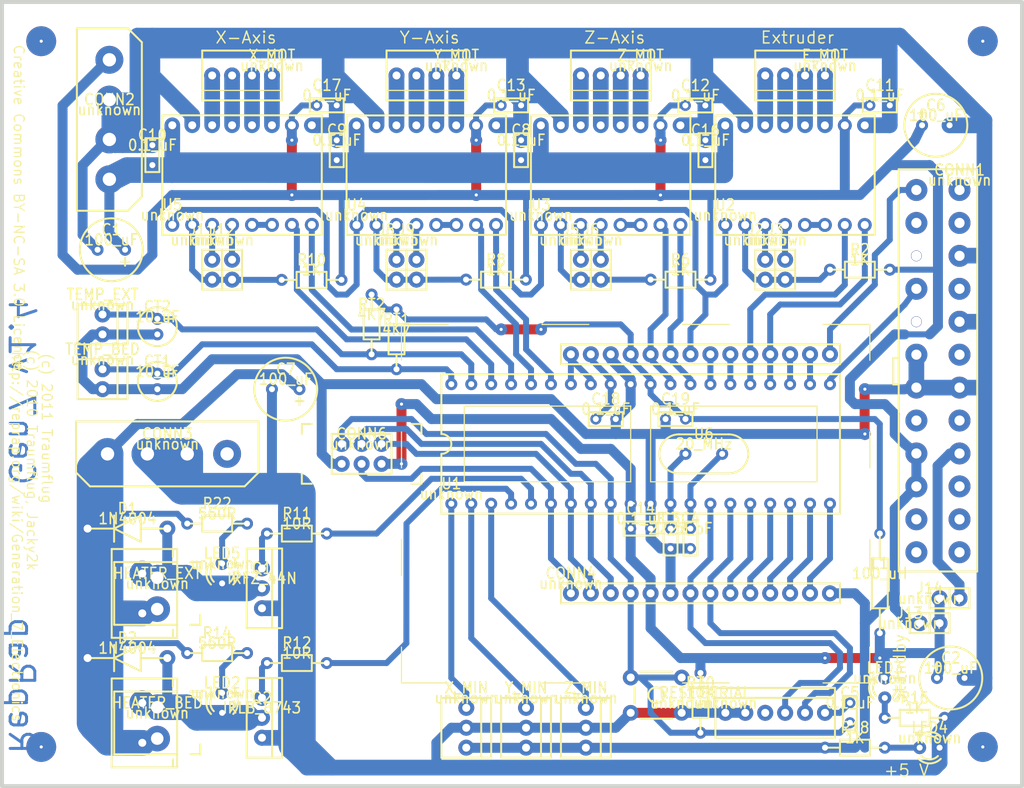
<source format=kicad_pcb>
(kicad_pcb (version 20211014) (generator pcbnew)
  (layers (0 "F.Cu" signal) (31 "B.Cu" signal) (34 "B.Paste" user) (35 "F.Paste" user) (36 "B.SilkS" user "B.Silkscreen") (37 "F.SilkS" user "F.Silkscreen") (38 "B.Mask" user) (39 "F.Mask" user) (44 "Edge.Cuts" user))
  (net 0 "")
  (net 1 "Z_5V_R")
  (net 2 "AREF")
  (net 3 "GND")
  (net 4 "LED3_R")
  (net 5 "PB5_ICSP_MOSI")
  (net 6 "GND_HEATER_EXT")
  (net 7 "PB3_HEATER_EXT_R")
  (net 8 "PD0_RXD0")
  (net 9 "Z_1A")
  (net 10 "Z_1B")
  (net 11 "+3.3V_ATX")
  (net 12 "Y_1A")
  (net 13 "Y_1B")
  (net 14 "PB3_HEATER_BED")
  (net 15 "X_1A")
  (net 16 "X_5V_R")
  (net 17 "Y_2A")
  (net 18 "PC2_E_STEP")
  (net 19 "X_1B")
  (net 20 "PD3_TXD1_INT1")
  (net 21 "E_SLP_RST")
  (net 22 "PA0_TEMP_BED")
  (net 23 "PC6_Z_DIR")
  (net 24 "LED4_R")
  (net 25 "+5VSB_ATX")
  (net 26 "X_2A")
  (net 27 "X_2B")
  (net 28 "Y_2B")
  (net 29 "Z_2A")
  (net 30 "E_5V_R")
  (net 31 "Z_SLP_RST")
  (net 32 "XTAL1")
  (net 33 "XTAL2")
  (net 34 "PB2_Z_MIN")
  (net 35 "PB4_HEATER_EXT")
  (net 36 "PB1_Y_MIN")
  (net 37 "Y_SLP_RST")
  (net 38 "PA6_MOT_EN")
  (net 39 "Z_2B")
  (net 40 "PB0_X_MIN")
  (net 41 "LED5_R")
  (net 42 "PD1_TXD0")
  (net 43 "Vheat")
  (net 44 "Z_MS2")
  (net 45 "PA1_TEMP_EXT")
  (net 46 "PB7_ICSP_SCK")
  (net 47 "PC3_E_DIR")
  (net 48 "Z_MS3")
  (net 49 "PD5_OC1A")
  (net 50 "PD7_ATX_PS_ON")
  (net 51 "PC5_TDI")
  (net 52 "PA2_X_STEP")
  (net 53 "PA3_X_DIR")
  (net 54 "Y_MS2")
  (net 55 "PA5_Y_DIR")
  (net 56 "Y_5V_R")
  (net 57 "Y_MS3")
  (net 58 "+5VSB_AVCC")
  (net 59 "RESET_C")
  (net 60 "E_1A")
  (net 61 "E_1B")
  (net 62 "GND_HEATER_BED")
  (net 63 "X_SLP_RST")
  (net 64 "PC7_Z_STEP")
  (net 65 "E_2A")
  (net 66 "E_2B")
  (net 67 "PA4_Y_STEP")
  (net 68 "X_MS2")
  (net 69 "X_MS3")
  (net 70 "PC4_TDO")
  (net 71 "+5V")
  (net 72 "PC1_SDA")
  (net 73 "PB3_HEATER_BED_R")
  (net 74 "PD2_RXD1_INT0")
  (net 75 "PD4_XCK1_OC1B")
  (net 76 "Vmot")
  (net 77 "PD6_OC2B_ICP")
  (net 78 "+5VSB")
  (net 79 "LED2_R")
  (net 80 "RESET")
  (net 81 "PB6_ICSP_MISO")
  (net 82 "E_MS2")
  (net 83 "E_MS3")
  (net 84 "PC0_SCL")
  (footprint "CRYSTAL_AS" (layer "F.Cu") (at 120.447 87.63)
    (fp_text reference "U6")
    (fp_text value "20_MHz")
  )
  (footprint "100-2-1_dup49" (layer "F.Cu") (at 43.815 69.85)
    (fp_text reference "TEMP_EXT")
    (fp_text value "unknown")
  )
  (footprint "ACY100_dup34" (layer "F.Cu") (at 107.95 83.185)
    (fp_text reference "C18")
    (fp_text value "0.1_uF")
  )
  (footprint "ExtensionBoard" (layer "F.Cu") (at 103.505 105.41)
    (fp_text reference "CONN4")
    (fp_text value "unknown")
  )
  (footprint "MJTP1230-1" (layer "F.Cu") (at 117.625 120.65)
    (fp_text reference "RESET")
    (fp_text value "unknown")
  )
  (footprint "ACY100_dup38" (layer "F.Cu") (at 50.165 49.53)
    (fp_text reference "C10")
    (fp_text value "0.1_uF")
  )
  (footprint "ACY300_1_dup20" (layer "F.Cu") (at 120.015 119.38)
    (fp_text reference "R30")
    (fp_text value "10K")
  )
  (footprint "100-3-1" (layer "F.Cu") (at 90.17 120.015)
    (fp_text reference "X_MIN")
    (fp_text value "unknown")
  )
  (footprint "ACY100_dup1" (layer "F.Cu") (at 116.205 98.425)
    (fp_text reference "C3")
    (fp_text value "22_pF")
  )
  (footprint "ATX20+4-1" (layer "F.Cu") (at 153.035 53.975)
    (fp_text reference "CONN1")
    (fp_text value "unknown")
  )
  (footprint "RCY3mm5_dup26" (layer "F.Cu") (at 151.917 116.205)
    (fp_text reference "C2")
    (fp_text value "100_uF")
  )
  (footprint "RCY3mm5" (layer "F.Cu") (at 150.012 45.72)
    (fp_text reference "C6")
    (fp_text value "100_uF")
  )
  (footprint "LED3_1_dup8" (layer "F.Cu") (at 143.51 117.475)
    (fp_text reference "LED3")
    (fp_text value "unknown")
  )
  (footprint "POLOLUSTEPPER-1" (layer "F.Cu") (at 76.185 58.435)
    (fp_text reference "U4")
    (fp_text value "unknown")
  )
  (footprint "100-3-1_dup21" (layer "F.Cu") (at 105.41 120.015)
    (fp_text reference "Z_MIN")
    (fp_text value "unknown")
  )
  (footprint "ACY100_dup37" (layer "F.Cu") (at 73.66 48.895)
    (fp_text reference "C9")
    (fp_text value "0.1_uF")
  )
  (footprint "1N4004" (layer "F.Cu") (at 46.99 113.665)
    (fp_text reference "D2")
    (fp_text value "1N4004")
  )
  (footprint "ACY100_dup39" (layer "F.Cu") (at 142.875 43.18)
    (fp_text reference "C11")
    (fp_text value "0.1_uF")
  )
  (footprint "100-6-1" (layer "F.Cu") (at 123.19 120.65)
    (fp_text reference "SERIAL")
    (fp_text value "unknown")
  )
  (footprint "TO-220-1" (layer "F.Cu") (at 64.135 104.775)
    (fp_text reference "Q1")
    (fp_text value "IRFZ_44N")
  )
  (footprint "ACY500_1" (layer "F.Cu") (at 142.875 104.14)
    (fp_text reference "L1")
    (fp_text value "100_uH")
  )
  (footprint "MOLEX_4_PIN" (layer "F.Cu") (at 44.685 44.99)
    (fp_text reference "CONN2")
    (fp_text value "unknown")
  )
  (footprint "ACY300_1_dup28" (layer "F.Cu") (at 117.475 65.405)
    (fp_text reference "R6")
    (fp_text value "1K")
  )
  (footprint "POLOLUSTEPPER-1_dup19" (layer "F.Cu") (at 99.68 58.435)
    (fp_text reference "U3")
    (fp_text value "unknown")
  )
  (footprint "JUMPER2_1_dup25" (layer "F.Cu") (at 106.045 61.595)
    (fp_text reference "J6")
    (fp_text value "unknown")
  )
  (footprint "1N4004_dup48" (layer "F.Cu") (at 46.99 97.155)
    (fp_text reference "D1")
    (fp_text value "1N4004")
  )
  (footprint "100-4-1_dup51" (layer "F.Cu") (at 135.89 39.37)
    (fp_text reference "E_MOT")
    (fp_text value "unknown")
  )
  (footprint "ACY300_1_dup30" (layer "F.Cu") (at 70.455 65.435)
    (fp_text reference "R10")
    (fp_text value "1K")
  )
  (footprint "ACY100_dup33" (layer "F.Cu") (at 72.39 43.18)
    (fp_text reference "C17")
    (fp_text value "0.1_uF")
  )
  (footprint "100-4-1_dup53" (layer "F.Cu") (at 112.395 39.37)
    (fp_text reference "Z_MOT")
    (fp_text value "unknown")
  )
  (footprint "ACY100_dup35" (layer "F.Cu") (at 116.84 83.185)
    (fp_text reference "C19")
    (fp_text value "0.1_uF")
  )
  (footprint "RCY3mm5_dup15" (layer "F.Cu") (at 44.933 61.595)
    (fp_text reference "C1")
    (fp_text value "100_uF")
  )
  (footprint "ACY300_1_dup31" (layer "F.Cu") (at 139.7 125.095)
    (fp_text reference "R18")
    (fp_text value "1K")
  )
  (footprint "LED3_1_dup45" (layer "F.Cu") (at 59.055 119.38)
    (fp_text reference "LED2")
    (fp_text value "unknown")
  )
  (footprint "100-4-1_dup52" (layer "F.Cu") (at 88.9 39.37)
    (fp_text reference "Y_MOT")
    (fp_text value "unknown")
  )
  (footprint "LED3_1_dup12" (layer "F.Cu") (at 149.225 125.095)
    (fp_text reference "LED4")
    (fp_text value "unknown")
  )
  (footprint "JUMPER2_1_dup23" (layer "F.Cu") (at 129.54 61.595)
    (fp_text reference "J3")
    (fp_text value "unknown")
  )
  (footprint "Combi-2-1" (layer "F.Cu") (at 50.785 105.425)
    (fp_text reference "HEATER_EXT")
    (fp_text value "unknown")
  )
  (footprint "JUMPER2_1_dup22" (layer "F.Cu") (at 127 61.595)
    (fp_text reference "J2")
    (fp_text value "unknown")
  )
  (footprint "LED3_1" (layer "F.Cu") (at 59.055 102.87)
    (fp_text reference "LED5")
    (fp_text value "unknown")
  )
  (footprint "ACY300_1" (layer "F.Cu") (at 58.42 96.52)
    (fp_text reference "R22")
    (fp_text value "560R")
  )
  (footprint "ACY300_1_dup11" (layer "F.Cu") (at 147.32 121.285)
    (fp_text reference "R16")
    (fp_text value "1K")
  )
  (footprint "ACY300_1_dup32" (layer "F.Cu") (at 81.28 73.025)
    (fp_text reference "RT1")
    (fp_text value "4K7")
  )
  (footprint "JUMPER2_1_dup4" (layer "F.Cu") (at 56.515 61.595)
    (fp_text reference "J11")
    (fp_text value "unknown")
  )
  (footprint "ACY300_1_dup46" (layer "F.Cu") (at 68.58 97.79)
    (fp_text reference "R11")
    (fp_text value "10R")
  )
  (footprint "POLOLUSTEPPER-1_dup18" (layer "F.Cu") (at 52.705 58.42)
    (fp_text reference "U5")
    (fp_text value "unknown")
  )
  (footprint "100-3-1_dup16" (layer "F.Cu") (at 97.79 120.015)
    (fp_text reference "Y_MIN")
    (fp_text value "unknown")
  )
  (footprint "ACY300_1_dup10" (layer "F.Cu") (at 78.105 71.12)
    (fp_text reference "RT2")
    (fp_text value "4K7")
  )
  (footprint "100-4-1" (layer "F.Cu") (at 65.405 39.37)
    (fp_text reference "X_MOT")
    (fp_text value "unknown")
  )
  (footprint "JUMPER2_1_dup9" (layer "F.Cu") (at 149.225 107.315)
    (fp_text reference "J14")
    (fp_text value "unknown")
  )
  (footprint "ACY100_dup36" (layer "F.Cu") (at 97.155 48.895)
    (fp_text reference "C8")
    (fp_text value "0.1_uF")
  )
  (footprint "ACY100_dup13" (layer "F.Cu") (at 118.745 98.425)
    (fp_text reference "C4")
    (fp_text value "22_pF")
  )
  (footprint "JUMPER2_1_dup3" (layer "F.Cu") (at 80.01 61.595)
    (fp_text reference "J8")
    (fp_text value "unknown")
  )
  (footprint "ACY100_dup2" (layer "F.Cu") (at 112.395 97.155)
    (fp_text reference "C14")
    (fp_text value "0.1_uF")
  )
  (footprint "MOLEX_4_PIN_dup40" (layer "F.Cu") (at 52.07 87.63)
    (fp_text reference "CONN3")
    (fp_text value "unknown")
  )
  (footprint "100-2-1" (layer "F.Cu") (at 43.815 76.835)
    (fp_text reference "TEMP_BED")
    (fp_text value "unknown")
  )
  (footprint "ACY300_1_dup29" (layer "F.Cu") (at 93.95 65.405)
    (fp_text reference "R8")
    (fp_text value "1K")
  )
  (footprint "ACY100_dup0" (layer "F.Cu") (at 95.885 43.18)
    (fp_text reference "C13")
    (fp_text value "0.1_uF")
  )
  (footprint "JUMPER2_1" (layer "F.Cu") (at 146.685 110.49)
    (fp_text reference "J13")
    (fp_text value "unknown")
  )
  (footprint "ACY300_1_dup47" (layer "F.Cu") (at 58.42 113.03)
    (fp_text reference "R14")
    (fp_text value "560R")
  )
  (footprint "ACY100_dup14" (layer "F.Cu") (at 120.65 48.895)
    (fp_text reference "C16")
    (fp_text value "0.1_uF")
  )
  (footprint "TO-220-1_dup41" (layer "F.Cu") (at 64.135 121.285)
    (fp_text reference "Q2")
    (fp_text value "IRLB_8743")
  )
  (footprint "RCY3mm5_dup42" (layer "F.Cu") (at 67.158 79.375)
    (fp_text reference "C7")
    (fp_text value "100_uF")
  )
  (footprint "RCY2mm_dup50" (layer "F.Cu") (at 50.8 78.384)
    (fp_text reference "CT1")
    (fp_text value "10_uF")
  )
  (footprint "ACY100" (layer "F.Cu") (at 119.365 43.195)
    (fp_text reference "C12")
    (fp_text value "0.1_uF")
  )
  (footprint "ACY100_dup7" (layer "F.Cu") (at 139.065 120.65)
    (fp_text reference "C5")
    (fp_text value "0.1_uF")
  )
  (footprint "JUMPER2_1_dup5" (layer "F.Cu") (at 59.055 61.595)
    (fp_text reference "J12")
    (fp_text value "unknown")
  )
  (footprint "ACY300_1_dup43" (layer "F.Cu") (at 68.58 114.3)
    (fp_text reference "R12")
    (fp_text value "10R")
  )
  (footprint "Combi-2-1_dup44" (layer "F.Cu") (at 50.785 121.935)
    (fp_text reference "HEATER_BED")
    (fp_text value "unknown")
  )
  (footprint "POLOLUSTEPPER-1_dup17" (layer "F.Cu") (at 123.175 58.435)
    (fp_text reference "U2")
    (fp_text value "unknown")
  )
  (footprint "JUMPER2_1_dup24" (layer "F.Cu") (at 103.505 61.595)
    (fp_text reference "J5")
    (fp_text value "unknown")
  )
  (footprint "RCY2mm" (layer "F.Cu") (at 50.8 71.399)
    (fp_text reference "CT2")
    (fp_text value "10_uF")
  )
  (footprint "DIP40_1" (layer "F.Cu") (at 88.265 93.98)
    (fp_text reference "U1")
    (fp_text value "unknown")
  )
  (footprint "ICSP_HEADER" (layer "F.Cu") (at 76.835 87.63)
    (fp_text reference "CONN6")
    (fp_text value "unknown")
  )
  (footprint "JUMPER2_1_dup6" (layer "F.Cu") (at 82.55 61.595)
    (fp_text reference "J9")
    (fp_text value "unknown")
  )
  (footprint "ACY300_1_dup27" (layer "F.Cu") (at 140.335 64.135)
    (fp_text reference "R2")
    (fp_text value "1K")
  )
  (gr_rect (start 161 30) (end 31 130) (layer "Edge.Cuts") (width 0.508) (fill none))
  (gr_text "RepRap       Gen7 v1.4" (at 33.471 96.826 270) (layer "B.Cu") (effects (font (size 3.143 3.143) (thickness 0.376)) (justify mirror)))
  (gr_text "+5 V" (at 146.277 128.006) (layer "F.SilkS") (effects (font (size 1.513 1.513) (thickness 0.18))))
  (gr_text "Standby" (at 145.415 115.033 90) (layer "F.SilkS") (effects (font (size 1.513 1.513) (thickness 0.18))))
  (gr_text "(c) 2010 Traumflug, Jacky2k" (at 34.816 88.428 270) (layer "F.SilkS") (effects (font (size 1.281 1.281) (thickness 0.152))))
  (gr_text "Extruder" (at 132.382 34.534) (layer "F.SilkS") (effects (font (size 1.513 1.513) (thickness 0.18))))
  (gr_text "(c) 2011 Traumflug" (at 36.721 84.371 270) (layer "F.SilkS") (effects (font (size 1.281 1.281) (thickness 0.152))))
  (gr_text "Z-Axis" (at 109.085 34.534) (layer "F.SilkS") (effects (font (size 1.513 1.513) (thickness 0.18))))
  (gr_text "Y-Axis" (at 85.499 34.534) (layer "F.SilkS") (effects (font (size 1.513 1.513) (thickness 0.18))))
  (gr_text "X-Axis" (at 62.095 34.534) (layer "F.SilkS") (effects (font (size 1.513 1.513) (thickness 0.18))))
  (gr_text "http://reprap.org/wiki/Generation_7_Electronics" (at 32.911 98.155 270) (layer "F.SilkS") (effects (font (size 1.281 1.281) (thickness 0.152))))
  (gr_text "Creative Commons BY-NC-SA 3.0 Licence" (at 33.142 56.249 270) (layer "F.SilkS") (effects (font (size 1.281 1.281) (thickness 0.152))))
  (via (at 156 125) (size 3.81) (drill 0.4) (layers "F.Cu" "B.Cu") (net 0))
  (via (at 36 125) (size 3.81) (drill 0.4) (layers "F.Cu" "B.Cu") (net 0))
  (via (at 156 35) (size 3.81) (drill 0.4) (layers "F.Cu" "B.Cu") (net 0))
  (via (at 36 35) (size 3.81) (drill 0.4) (layers "F.Cu" "B.Cu") (net 0))
  (segment (start 103.49 65.42) (end 113.665 65.405) (width 0.762) (layer "B.Cu") (net 1))
  (segment (start 102.22 64.15) (end 103.49 65.42) (width 0.762) (layer "B.Cu") (net 1))
  (segment (start 102.22 58.435) (end 102.22 64.15) (width 0.762) (layer "B.Cu") (net 1))
  (segment (start 106.045 75.565) (end 106.045 74.93) (width 0.762) (layer "B.Cu") (net 2))
  (segment (start 108.585 81.28) (end 106.68 83.185) (width 0.762) (layer "B.Cu") (net 2))
  (segment (start 108.585 81.28) (end 108.585 78.105) (width 0.762) (layer "B.Cu") (net 2))
  (segment (start 108.585 78.105) (end 106.045 75.565) (width 0.762) (layer "B.Cu") (net 2))
  (segment (start 140.94 79.405) (end 140.94 85.12) (width 1.27) (layer "F.Cu") (net 3))
  (segment (start 111.125 120.65) (end 117.625 120.65) (width 1.27) (layer "F.Cu") (net 3))
  (via (at 140.97 79.375) (size 1.524) (drill 0.4) (layers "F.Cu" "B.Cu") (net 3))
  (via (at 140.97 85.09) (size 1.524) (drill 0.4) (layers "F.Cu" "B.Cu") (net 3))
  (segment (start 95.885 41.91) (end 97.155 43.18) (width 1.27) (layer "B.Cu") (net 3))
  (segment (start 71.77 127.62) (end 68.58 124.46) (width 2) (layer "B.Cu") (net 3))
  (segment (start 116.205 99.695) (end 116.205 105.41) (width 1.27) (layer "B.Cu") (net 3))
  (segment (start 113.665 85.09) (end 113.665 98.425) (width 1.27) (layer "B.Cu") (net 3))
  (segment (start 64.12 123.84) (end 66.66 123.84) (width 2) (layer "B.Cu") (net 3))
  (segment (start 50.165 36.195) (end 144.145 36.195) (width 2) (layer "B.Cu") (net 3))
  (segment (start 54.61 87.63) (end 49.53 87.63) (width 4.032) (layer "B.Cu") (net 3))
  (segment (start 111.125 81.28) (end 111.125 78.105) (width 1.27) (layer "B.Cu") (net 3))
  (segment (start 115.57 85.09) (end 115.57 83.185) (width 1.27) (layer "B.Cu") (net 3))
  (segment (start 109.22 83.185) (end 109.22 85.09) (width 1.27) (layer "B.Cu") (net 3))
  (segment (start 48.26 34.29) (end 48.26 48.26) (width 2) (layer "B.Cu") (net 3))
  (segment (start 119.38 41.91) (end 120.65 43.18) (width 1.27) (layer "B.Cu") (net 3))
  (segment (start 156.21 117.475) (end 150.495 123.19) (width 2) (layer "B.Cu") (net 3))
  (segment (start 140.97 45.72) (end 144.145 45.72) (width 2) (layer "B.Cu") (net 3))
  (segment (start 71.74 78.755) (end 71.755 87.63) (width 1.27) (layer "B.Cu") (net 3))
  (segment (start 147.535 74.975) (end 147.535 79.175) (width 2) (layer "B.Cu") (net 3))
  (segment (start 50.8 79.375) (end 42.545 79.375) (width 1.27) (layer "B.Cu") (net 3))
  (segment (start 105.41 85.09) (end 140.97 85.09) (width 1.27) (layer "B.Cu") (net 3))
  (segment (start 96.52 41.91) (end 99.695 41.91) (width 2) (layer "B.Cu") (net 3))
  (segment (start 41.275 59.69) (end 43.18 61.595) (width 1.27) (layer "B.Cu") (net 3))
  (segment (start 125.73 44.45) (end 120.65 39.37) (width 2) (layer "B.Cu") (net 3))
  (segment (start 48.26 34.29) (end 145.415 34.29) (width 2) (layer "B.Cu") (net 3))
  (segment (start 64.135 107.315) (end 66.66 107.33) (width 2) (layer "B.Cu") (net 3))
  (segment (start 114.935 99.695) (end 118.745 99.695) (width 1.27) (layer "B.Cu") (net 3))
  (segment (start 111.125 120.65) (end 109.22 122.555) (width 1.27) (layer "B.Cu") (net 3))
  (segment (start 109.22 122.555) (end 88.265 122.555) (width 1.27) (layer "B.Cu") (net 3))
  (segment (start 86.36 124.46) (end 86.36 127.635) (width 1.27) (layer "B.Cu") (net 3))
  (segment (start 156.21 117.475) (end 156.21 45.085) (width 2) (layer "B.Cu") (net 3))
  (segment (start 46.355 48.26) (end 46.355 42.545) (width 2) (layer "B.Cu") (net 3))
  (segment (start 153.67 116.205) (end 156.21 116.205) (width 2) (layer "B.Cu") (net 3))
  (segment (start 50.785 72.405) (end 42.53 72.405) (width 1.27) (layer "B.Cu") (net 3))
  (segment (start 48.26 42.545) (end 44.78 42.545) (width 2) (layer "B.Cu") (net 3))
  (segment (start 41.26 78.12) (end 42.545 79.375) (width 1.27) (layer "B.Cu") (net 3))
  (segment (start 102.235 45.72) (end 102.235 44.45) (width 2) (layer "B.Cu") (net 3))
  (segment (start 120.015 41.91) (end 123.19 41.91) (width 2) (layer "B.Cu") (net 3))
  (segment (start 117.475 45.72) (end 120.65 45.72) (width 2) (layer "B.Cu") (net 3))
  (segment (start 71.755 78.74) (end 68.58 75.565) (width 1.27) (layer "B.Cu") (net 3))
  (segment (start 55.245 44.45) (end 50.165 39.37) (width 2) (layer "B.Cu") (net 3))
  (segment (start 156.21 45.085) (end 145.415 34.29) (width 2) (layer "B.Cu") (net 3))
  (segment (start 57.785 75.565) (end 68.58 75.565) (width 1.27) (layer "B.Cu") (net 3))
  (segment (start 100.965 80.645) (end 86.36 80.645) (width 1.27) (layer "B.Cu") (net 3))
  (segment (start 54.61 91.44) (end 54.61 87.63) (width 4.032) (layer "B.Cu") (net 3))
  (segment (start 41.275 59.69) (end 41.275 50.8) (width 1.27) (layer "B.Cu") (net 3))
  (segment (start 97.155 47.625) (end 97.14 34.305) (width 2) (layer "B.Cu") (net 3))
  (segment (start 44.43 47.53) (end 41.275 50.8) (width 1.27) (layer "B.Cu") (net 3))
  (segment (start 120.65 47.625) (end 120.635 34.305) (width 2) (layer "B.Cu") (net 3))
  (segment (start 150.495 127) (end 149.86 127.635) (width 2) (layer "B.Cu") (net 3))
  (segment (start 100.965 80.645) (end 105.41 85.09) (width 1.27) (layer "B.Cu") (net 3))
  (segment (start 119.38 34.29) (end 119.38 41.91) (width 1.27) (layer "B.Cu") (net 3))
  (segment (start 111.125 78.105) (end 108.585 75.565) (width 1.27) (layer "B.Cu") (net 3))
  (segment (start 74.295 88.9) (end 73.025 88.9) (width 1.27) (layer "B.Cu") (net 3))
  (segment (start 109.22 83.185) (end 111.125 81.28) (width 1.27) (layer "B.Cu") (net 3))
  (segment (start 140.94 79.405) (end 146.02 79.405) (width 1.27) (layer "B.Cu") (net 3))
  (segment (start 156.195 45.735) (end 151.75 45.735) (width 2) (layer "B.Cu") (net 3))
  (segment (start 72.39 41.91) (end 73.66 43.18) (width 1.27) (layer "B.Cu") (net 3))
  (segment (start 108.585 75.565) (end 108.585 74.93) (width 1.27) (layer "B.Cu") (net 3))
  (segment (start 102.235 44.45) (end 97.155 39.37) (width 2) (layer "B.Cu") (net 3))
  (segment (start 41.26 73.675) (end 42.53 72.405) (width 1.27) (layer "B.Cu") (net 3))
  (segment (start 50.165 48.26) (end 45.415 48.26) (width 2) (layer "B.Cu") (net 3))
  (segment (start 152.805 62.345) (end 155.95 62.345) (width 2) (layer "B.Cu") (net 3))
  (segment (start 125.73 45.72) (end 125.73 44.45) (width 2) (layer "B.Cu") (net 3))
  (segment (start 93.98 45.72) (end 97.155 45.72) (width 2) (layer "B.Cu") (net 3))
  (segment (start 44.685 47.53) (end 44.685 42.45) (width 2) (layer "B.Cu") (net 3))
  (segment (start 78.74 44.45) (end 73.66 39.37) (width 2) (layer "B.Cu") (net 3))
  (segment (start 113.665 98.425) (end 114.935 99.695) (width 1.27) (layer "B.Cu") (net 3))
  (segment (start 78.74 45.72) (end 78.74 44.45) (width 2) (layer "B.Cu") (net 3))
  (segment (start 50.165 48.26) (end 50.165 34.29) (width 2) (layer "B.Cu") (net 3))
  (segment (start 88.265 122.555) (end 86.36 124.46) (width 1.27) (layer "B.Cu") (net 3))
  (segment (start 69.865 127.62) (end 67.31 125.095) (width 2) (layer "B.Cu") (net 3))
  (segment (start 73.04 127.62) (end 69.85 124.46) (width 2) (layer "B.Cu") (net 3))
  (segment (start 72.39 34.29) (end 72.39 41.91) (width 1.27) (layer "B.Cu") (net 3))
  (segment (start 55.245 45.72) (end 55.245 44.45) (width 2) (layer "B.Cu") (net 3))
  (segment (start 50.8 79.375) (end 53.975 79.375) (width 1.27) (layer "B.Cu") (net 3))
  (segment (start 44.78 42.545) (end 44.685 42.45) (width 2) (layer "B.Cu") (net 3))
  (segment (start 53.975 92.075) (end 49.53 87.63) (width 4.032) (layer "B.Cu") (net 3))
  (segment (start 147.535 79.175) (end 156.18 79.175) (width 2) (layer "B.Cu") (net 3))
  (segment (start 73.66 47.625) (end 73.645 34.305) (width 2) (layer "B.Cu") (net 3))
  (segment (start 153.035 70.775) (end 156.18 70.775) (width 2) (layer "B.Cu") (net 3))
  (segment (start 147.535 79.175) (end 146.05 79.375) (width 1.27) (layer "B.Cu") (net 3))
  (segment (start 84.455 78.74) (end 86.36 80.645) (width 1.27) (layer "B.Cu") (net 3))
  (segment (start 125.73 120.65) (end 117.625 120.65) (width 1.27) (layer "B.Cu") (net 3))
  (segment (start 149.86 127.635) (end 69.85 127.635) (width 2) (layer "B.Cu") (net 3))
  (segment (start 68.58 92.71) (end 68.58 124.46) (width 4.794) (layer "B.Cu") (net 3))
  (segment (start 71.755 87.63) (end 73.025 88.9) (width 1.27) (layer "B.Cu") (net 3))
  (segment (start 71.755 78.74) (end 84.455 78.74) (width 1.27) (layer "B.Cu") (net 3))
  (segment (start 156.045 113.195) (end 156.195 113.045) (width 0.762) (layer "B.Cu") (net 3))
  (segment (start 45.415 48.26) (end 44.685 47.53) (width 2) (layer "B.Cu") (net 3))
  (segment (start 65.405 79.375) (end 65.405 90.805) (width 1.27) (layer "B.Cu") (net 3))
  (segment (start 70.485 45.72) (end 73.66 45.72) (width 2) (layer "B.Cu") (net 3))
  (segment (start 95.885 34.29) (end 95.885 41.91) (width 1.27) (layer "B.Cu") (net 3))
  (segment (start 150.495 123.19) (end 150.495 127) (width 2) (layer "B.Cu") (net 3))
  (segment (start 57.785 75.565) (end 53.975 79.375) (width 1.27) (layer "B.Cu") (net 3))
  (segment (start 144.145 45.72) (end 144.13 34.305) (width 2) (layer "B.Cu") (net 3))
  (segment (start 41.26 78.12) (end 41.26 73.675) (width 1.27) (layer "B.Cu") (net 3))
  (segment (start 73.025 41.91) (end 75.565 41.91) (width 2) (layer "B.Cu") (net 3))
  (segment (start 53.975 92.075) (end 68.58 92.075) (width 4.032) (layer "B.Cu") (net 3))
  (segment (start 143.51 121.285) (end 143.51 118.745) (width 0.762) (layer "B.Cu") (net 4))
  (segment (start 100.965 92.075) (end 98.425 89.535) (width 0.762) (layer "B.Cu") (net 5))
  (segment (start 103.505 103.505) (end 103.505 105.41) (width 0.762) (layer "B.Cu") (net 5))
  (segment (start 100.965 100.965) (end 100.965 92.075) (width 0.762) (layer "B.Cu") (net 5))
  (segment (start 84.455 89.535) (end 83.185 90.805) (width 0.762) (layer "B.Cu") (net 5))
  (segment (start 76.835 90.17) (end 76.835 88.9) (width 0.762) (layer "B.Cu") (net 5))
  (segment (start 77.47 90.805) (end 76.835 90.17) (width 0.762) (layer "B.Cu") (net 5))
  (segment (start 77.47 90.805) (end 83.185 90.805) (width 0.762) (layer "B.Cu") (net 5))
  (segment (start 103.505 103.505) (end 100.965 100.965) (width 0.762) (layer "B.Cu") (net 5))
  (segment (start 84.455 89.535) (end 98.425 89.535) (width 0.762) (layer "B.Cu") (net 5))
  (segment (start 52.07 97.155) (end 52.055 102.885) (width 1.27) (layer "B.Cu") (net 6))
  (segment (start 50.785 103.425) (end 54.5 103.425) (width 3.27) (layer "B.Cu") (net 6))
  (segment (start 55.88 104.775) (end 62.215 104.79) (width 3.27) (layer "B.Cu") (net 6))
  (segment (start 64.135 104.775) (end 62.215 104.79) (width 2) (layer "B.Cu") (net 6))
  (segment (start 54.5 103.425) (end 55.865 104.79) (width 3.27) (layer "B.Cu") (net 6))
  (segment (start 64.15 102.22) (end 64.135 98.425) (width 0.762) (layer "B.Cu") (net 7))
  (segment (start 64.15 98.41) (end 64.77 97.79) (width 0.762) (layer "B.Cu") (net 7))
  (segment (start 118.745 103.505) (end 118.745 109.855) (width 0.762) (layer "B.Cu") (net 8))
  (segment (start 135.89 116.84) (end 137.795 114.935) (width 0.762) (layer "B.Cu") (net 8))
  (segment (start 121.285 100.965) (end 118.745 103.505) (width 0.762) (layer "B.Cu") (net 8))
  (segment (start 130.81 120.65) (end 130.81 118.745) (width 0.762) (layer "B.Cu") (net 8))
  (segment (start 137.795 114.935) (end 137.795 113.03) (width 0.762) (layer "B.Cu") (net 8))
  (segment (start 137.795 113.03) (end 136.525 111.76) (width 0.762) (layer "B.Cu") (net 8))
  (segment (start 121.285 93.98) (end 121.285 100.965) (width 0.762) (layer "B.Cu") (net 8))
  (segment (start 136.525 111.76) (end 120.65 111.76) (width 0.762) (layer "B.Cu") (net 8))
  (segment (start 135.89 116.84) (end 132.715 116.84) (width 0.762) (layer "B.Cu") (net 8))
  (segment (start 130.81 118.745) (end 132.715 116.84) (width 0.762) (layer "B.Cu") (net 8))
  (segment (start 118.745 109.855) (end 120.65 111.76) (width 0.762) (layer "B.Cu") (net 8))
  (segment (start 109.855 45.72) (end 109.855 39.37) (width 2) (layer "B.Cu") (net 9))
  (segment (start 112.395 40.005) (end 112.38 45.735) (width 2) (layer "B.Cu") (net 10))
  (segment (start 142.24 62.23) (end 142.24 66.04) (width 0.762) (layer "B.Cu") (net 11))
  (segment (start 144.145 55.245) (end 145.415 53.975) (width 0.762) (layer "B.Cu") (net 11))
  (segment (start 136.525 71.755) (end 142.24 66.04) (width 0.762) (layer "B.Cu") (net 11))
  (segment (start 136.525 74.93) (end 136.525 71.755) (width 0.762) (layer "B.Cu") (net 11))
  (segment (start 144.145 60.325) (end 144.145 55.245) (width 0.762) (layer "B.Cu") (net 11))
  (segment (start 145.415 53.975) (end 147.535 53.975) (width 0.762) (layer "B.Cu") (net 11))
  (segment (start 142.24 62.23) (end 144.145 60.325) (width 0.762) (layer "B.Cu") (net 11))
  (segment (start 86.36 45.72) (end 86.36 39.56) (width 2) (layer "B.Cu") (net 12))
  (segment (start 88.9 39.37) (end 88.9 45.72) (width 2) (layer "B.Cu") (net 13))
  (segment (start 72.39 114.3) (end 80.01 114.3) (width 0.762) (layer "B.Cu") (net 14))
  (segment (start 82.535 111.775) (end 82.55 96.52) (width 0.762) (layer "B.Cu") (net 14))
  (segment (start 79.995 114.315) (end 82.535 111.775) (width 0.762) (layer "B.Cu") (net 14))
  (segment (start 82.55 96.52) (end 86.995 92.075) (width 0.762) (layer "B.Cu") (net 14))
  (segment (start 95.25 92.075) (end 95.885 92.71) (width 0.762) (layer "B.Cu") (net 14))
  (segment (start 86.995 92.075) (end 95.25 92.075) (width 0.762) (layer "B.Cu") (net 14))
  (segment (start 95.885 92.71) (end 95.885 93.98) (width 0.762) (layer "B.Cu") (net 14))
  (segment (start 62.865 45.72) (end 62.865 39.37) (width 2) (layer "B.Cu") (net 15))
  (segment (start 55.23 58.405) (end 55.245 58.42) (width 0.762) (layer "B.Cu") (net 16))
  (segment (start 55.23 58.435) (end 55.245 58.42) (width 0.762) (layer "B.Cu") (net 16))
  (segment (start 55.23 64.15) (end 56.5 65.42) (width 0.762) (layer "B.Cu") (net 16))
  (segment (start 55.23 58.435) (end 55.23 64.15) (width 0.762) (layer "B.Cu") (net 16))
  (segment (start 56.5 65.42) (end 66.645 65.435) (width 0.762) (layer "B.Cu") (net 16))
  (segment (start 83.82 45.72) (end 83.82 39.37) (width 2) (layer "B.Cu") (net 17))
  (segment (start 128.905 69.85) (end 128.905 78.74) (width 0.762) (layer "B.Cu") (net 18))
  (segment (start 140.97 65.405) (end 137.795 68.58) (width 0.762) (layer "B.Cu") (net 18))
  (segment (start 128.905 69.85) (end 130.175 68.58) (width 0.762) (layer "B.Cu") (net 18))
  (segment (start 130.175 68.58) (end 137.795 68.58) (width 0.762) (layer "B.Cu") (net 18))
  (segment (start 140.955 58.435) (end 140.97 65.405) (width 0.762) (layer "B.Cu") (net 18))
  (segment (start 65.405 39.37) (end 65.405 45.72) (width 2) (layer "B.Cu") (net 19))
  (segment (start 128.905 100.965) (end 128.905 93.98) (width 0.762) (layer "B.Cu") (net 20))
  (segment (start 126.365 103.505) (end 126.365 105.41) (width 0.762) (layer "B.Cu") (net 20))
  (segment (start 128.905 100.965) (end 126.365 103.505) (width 0.762) (layer "B.Cu") (net 20))
  (segment (start 133.335 58.435) (end 135.875 58.435) (width 0.762) (layer "B.Cu") (net 21))
  (segment (start 70.485 73.66) (end 56.515 73.66) (width 0.762) (layer "B.Cu") (net 22))
  (segment (start 52.705 77.47) (end 56.515 73.66) (width 0.762) (layer "B.Cu") (net 22))
  (segment (start 50.8 77.394) (end 50.165 76.835) (width 0.762) (layer "B.Cu") (net 22))
  (segment (start 43.8 76.85) (end 50.15 76.85) (width 0.762) (layer "B.Cu") (net 22))
  (segment (start 88.265 77.47) (end 87.63 76.835) (width 0.762) (layer "B.Cu") (net 22))
  (segment (start 88.265 77.47) (end 88.265 78.74) (width 0.762) (layer "B.Cu") (net 22))
  (segment (start 51.435 77.47) (end 52.705 77.47) (width 0.762) (layer "B.Cu") (net 22))
  (segment (start 73.66 76.835) (end 70.485 73.66) (width 0.762) (layer "B.Cu") (net 22))
  (segment (start 50.8 77.394) (end 51.42 77.485) (width 0.762) (layer "B.Cu") (net 22))
  (segment (start 87.63 76.835) (end 73.66 76.835) (width 0.762) (layer "B.Cu") (net 22))
  (segment (start 116.205 75.565) (end 118.745 78.105) (width 0.762) (layer "B.Cu") (net 23))
  (segment (start 117.475 70.485) (end 116.205 71.755) (width 0.762) (layer "B.Cu") (net 23))
  (segment (start 117.46 58.435) (end 117.475 70.485) (width 0.762) (layer "B.Cu") (net 23))
  (segment (start 118.745 78.105) (end 118.745 78.74) (width 0.762) (layer "B.Cu") (net 23))
  (segment (start 116.205 71.755) (end 116.205 75.565) (width 0.762) (layer "B.Cu") (net 23))
  (segment (start 143.51 125.095) (end 147.955 125.095) (width 0.762) (layer "B.Cu") (net 24))
  (segment (start 153.035 106.045) (end 153.035 104.267) (width 1.27) (layer "B.Cu") (net 25))
  (segment (start 153.035 104.267) (end 150.241 101.346) (width 1.27) (layer "B.Cu") (net 25))
  (segment (start 153.035 87.575) (end 151.82 87.575) (width 1.27) (layer "B.Cu") (net 25))
  (segment (start 150.241 89.154) (end 150.241 101.346) (width 1.27) (layer "B.Cu") (net 25))
  (segment (start 151.82 87.575) (end 150.241 89.154) (width 1.27) (layer "B.Cu") (net 25))
  (segment (start 60.325 45.72) (end 60.325 39.37) (width 2) (layer "B.Cu") (net 26))
  (segment (start 57.785 39.37) (end 57.785 45.72) (width 2) (layer "B.Cu") (net 27))
  (segment (start 81.28 39.37) (end 81.28 45.72) (width 2) (layer "B.Cu") (net 28))
  (segment (start 107.315 45.72) (end 107.315 39.37) (width 2) (layer "B.Cu") (net 29))
  (segment (start 126.985 65.42) (end 135.225 65.435) (width 0.762) (layer "B.Cu") (net 30))
  (segment (start 125.715 58.435) (end 125.715 64.15) (width 0.762) (layer "B.Cu") (net 30))
  (segment (start 125.715 64.15) (end 126.985 65.42) (width 0.762) (layer "B.Cu") (net 30))
  (segment (start 135.255 65.405) (end 136.525 64.135) (width 0.762) (layer "B.Cu") (net 30))
  (segment (start 109.84 58.435) (end 112.38 58.435) (width 0.762) (layer "B.Cu") (net 31))
  (segment (start 118.745 91.669) (end 122.784 87.63) (width 0.762) (layer "B.Cu") (net 32))
  (segment (start 118.745 97.155) (end 118.745 91.669) (width 0.762) (layer "B.Cu") (net 32))
  (segment (start 116.205 97.155) (end 116.205 89.535) (width 0.762) (layer "B.Cu") (net 33))
  (segment (start 116.205 89.535) (end 118.11 87.63) (width 0.762) (layer "B.Cu") (net 33))
  (segment (start 105.41 118.11) (end 105.41 120.015) (width 0.762) (layer "B.Cu") (net 34))
  (segment (start 93.345 106.045) (end 93.345 93.98) (width 0.762) (layer "B.Cu") (net 34))
  (segment (start 93.345 106.045) (end 105.41 118.11) (width 0.762) (layer "B.Cu") (net 34))
  (segment (start 85.725 90.805) (end 97.155 90.805) (width 0.762) (layer "B.Cu") (net 35))
  (segment (start 97.155 90.805) (end 98.425 92.075) (width 0.762) (layer "B.Cu") (net 35))
  (segment (start 98.425 92.075) (end 98.425 93.98) (width 0.762) (layer "B.Cu") (net 35))
  (segment (start 78.74 97.79) (end 85.725 90.805) (width 0.762) (layer "B.Cu") (net 35))
  (segment (start 72.39 97.79) (end 78.74 97.79) (width 0.762) (layer "B.Cu") (net 35))
  (segment (start 90.805 111.125) (end 90.805 93.98) (width 0.762) (layer "B.Cu") (net 36))
  (segment (start 90.805 111.125) (end 97.79 118.11) (width 0.762) (layer "B.Cu") (net 36))
  (segment (start 97.79 118.11) (end 97.79 120.015) (width 0.762) (layer "B.Cu") (net 36))
  (segment (start 86.345 58.435) (end 88.885 58.435) (width 0.762) (layer "B.Cu") (net 37))
  (segment (start 121.92 67.31) (end 123.19 66.04) (width 0.762) (layer "B.Cu") (net 38))
  (segment (start 120.65 67.31) (end 120.65 69.85) (width 0.762) (layer "B.Cu") (net 38))
  (segment (start 95.885 57.785) (end 95.885 66.04) (width 0.762) (layer "B.Cu") (net 38))
  (segment (start 76.2 66.04) (end 76.2 58.45) (width 0.762) (layer "B.Cu") (net 38))
  (segment (start 99.695 66.04) (end 99.695 58.45) (width 0.762) (layer "B.Cu") (net 38))
  (segment (start 118.11 56.515) (end 119.38 57.785) (width 0.762) (layer "B.Cu") (net 38))
  (segment (start 98.425 67.31) (end 99.695 66.04) (width 0.762) (layer "B.Cu") (net 38))
  (segment (start 97.155 67.31) (end 98.425 67.31) (width 0.762) (layer "B.Cu") (net 38))
  (segment (start 99.68 57.8) (end 100.965 56.515) (width 0.762) (layer "B.Cu") (net 38))
  (segment (start 73.66 67.31) (end 74.93 67.31) (width 0.762) (layer "B.Cu") (net 38))
  (segment (start 119.38 66.04) (end 120.65 67.31) (width 0.762) (layer "B.Cu") (net 38))
  (segment (start 106.045 78.105) (end 103.505 75.565) (width 0.762) (layer "B.Cu") (net 38))
  (segment (start 119.38 57.785) (end 119.38 66.04) (width 0.762) (layer "B.Cu") (net 38))
  (segment (start 106.045 78.105) (end 106.045 78.74) (width 0.762) (layer "B.Cu") (net 38))
  (segment (start 99.68 58.435) (end 99.68 57.8) (width 0.762) (layer "B.Cu") (net 38))
  (segment (start 118.745 71.755) (end 118.745 74.93) (width 0.762) (layer "B.Cu") (net 38))
  (segment (start 95.885 66.04) (end 97.155 67.31) (width 0.762) (layer "B.Cu") (net 38))
  (segment (start 76.185 58.435) (end 76.185 57.8) (width 0.762) (layer "B.Cu") (net 38))
  (segment (start 76.2 58.45) (end 76.185 58.435) (width 0.762) (layer "B.Cu") (net 38))
  (segment (start 53.975 56.515) (end 71.12 56.515) (width 0.762) (layer "B.Cu") (net 38))
  (segment (start 52.705 58.42) (end 52.705 57.785) (width 0.762) (layer "B.Cu") (net 38))
  (segment (start 72.39 66.04) (end 73.66 67.31) (width 0.762) (layer "B.Cu") (net 38))
  (segment (start 72.39 57.785) (end 72.39 66.04) (width 0.762) (layer "B.Cu") (net 38))
  (segment (start 74.93 67.31) (end 76.2 66.04) (width 0.762) (layer "B.Cu") (net 38))
  (segment (start 77.47 56.515) (end 94.615 56.515) (width 0.762) (layer "B.Cu") (net 38))
  (segment (start 94.615 56.515) (end 95.885 57.785) (width 0.762) (layer "B.Cu") (net 38))
  (segment (start 103.505 75.565) (end 103.505 74.93) (width 0.762) (layer "B.Cu") (net 38))
  (segment (start 120.65 69.85) (end 118.745 71.755) (width 0.762) (layer "B.Cu") (net 38))
  (segment (start 52.705 57.785) (end 53.975 56.515) (width 0.762) (layer "B.Cu") (net 38))
  (segment (start 123.19 66.04) (end 123.19 58.45) (width 0.762) (layer "B.Cu") (net 38))
  (segment (start 76.185 57.8) (end 77.47 56.515) (width 0.762) (layer "B.Cu") (net 38))
  (segment (start 71.12 56.515) (end 72.39 57.785) (width 0.762) (layer "B.Cu") (net 38))
  (segment (start 100.965 56.515) (end 118.11 56.515) (width 0.762) (layer "B.Cu") (net 38))
  (segment (start 120.65 67.31) (end 121.92 67.31) (width 0.762) (layer "B.Cu") (net 38))
  (segment (start 103.505 78.74) (end 103.505 74.93) (width 0.762) (layer "B.Cu") (net 38))
  (segment (start 104.775 39.37) (end 104.775 45.72) (width 2) (layer "B.Cu") (net 39))
  (segment (start 90.17 118.11) (end 90.17 120.015) (width 0.762) (layer "B.Cu") (net 40))
  (segment (start 88.265 93.98) (end 88.265 116.205) (width 0.762) (layer "B.Cu") (net 40))
  (segment (start 88.265 116.205) (end 90.17 118.11) (width 0.762) (layer "B.Cu") (net 40))
  (segment (start 62.23 96.52) (end 60.96 96.52) (width 0.762) (layer "B.Cu") (net 41))
  (segment (start 59.055 98.425) (end 59.055 101.6) (width 0.762) (layer "B.Cu") (net 41))
  (segment (start 59.055 98.425) (end 60.96 96.52) (width 0.762) (layer "B.Cu") (net 41))
  (segment (start 133.35 119.38) (end 134.62 118.11) (width 0.762) (layer "B.Cu") (net 42))
  (segment (start 139.065 112.395) (end 139.065 115.57) (width 0.762) (layer "B.Cu") (net 42))
  (segment (start 133.35 120.65) (end 133.35 119.38) (width 0.762) (layer "B.Cu") (net 42))
  (segment (start 121.285 103.505) (end 121.285 109.22) (width 0.762) (layer "B.Cu") (net 42))
  (segment (start 123.825 93.98) (end 123.825 100.965) (width 0.762) (layer "B.Cu") (net 42))
  (segment (start 137.16 110.49) (end 122.555 110.49) (width 0.762) (layer "B.Cu") (net 42))
  (segment (start 134.62 118.11) (end 136.525 118.11) (width 0.762) (layer "B.Cu") (net 42))
  (segment (start 123.825 100.965) (end 121.285 103.505) (width 0.762) (layer "B.Cu") (net 42))
  (segment (start 136.525 118.11) (end 139.065 115.57) (width 0.762) (layer "B.Cu") (net 42))
  (segment (start 139.065 112.395) (end 137.16 110.49) (width 0.762) (layer "B.Cu") (net 42))
  (segment (start 122.555 110.49) (end 121.285 109.22) (width 0.762) (layer "B.Cu") (net 42))
  (segment (start 44.45 124.46) (end 48.88 124.475) (width 3.27) (layer "B.Cu") (net 43))
  (segment (start 66.675 77.47) (end 68.91 79.375) (width 1.27) (layer "B.Cu") (net 43))
  (segment (start 45.72 86.36) (end 48.26 83.82) (width 1.27) (layer "B.Cu") (net 43))
  (segment (start 53.34 111.76) (end 54.595 113.045) (width 0.762) (layer "B.Cu") (net 43))
  (segment (start 53.34 95.25) (end 54.595 96.535) (width 0.762) (layer "B.Cu") (net 43))
  (segment (start 44.45 122.555) (end 44.45 87.63) (width 4.032) (layer "B.Cu") (net 43))
  (segment (start 53.975 83.82) (end 60.96 77.47) (width 1.27) (layer "B.Cu") (net 43))
  (segment (start 42.545 122.555) (end 44.45 124.46) (width 3.27) (layer "B.Cu") (net 43))
  (segment (start 48.26 83.82) (end 53.975 83.82) (width 1.27) (layer "B.Cu") (net 43))
  (segment (start 60.96 77.47) (end 66.675 77.47) (width 1.27) (layer "B.Cu") (net 43))
  (segment (start 42.545 121.92) (end 42.545 89.535) (width 4.032) (layer "B.Cu") (net 43))
  (segment (start 53.34 111.76) (end 45.705 111.775) (width 0.762) (layer "B.Cu") (net 43))
  (segment (start 44.45 87.63) (end 42.545 89.535) (width 4.032) (layer "B.Cu") (net 43))
  (segment (start 45.085 107.95) (end 48.88 107.965) (width 3.27) (layer "B.Cu") (net 43))
  (segment (start 45.705 95.265) (end 53.325 95.265) (width 0.762) (layer "B.Cu") (net 43))
  (segment (start 104.76 62.88) (end 104.76 58.435) (width 0.762) (layer "B.Cu") (net 44))
  (segment (start 74.295 74.93) (end 89.535 74.93) (width 0.762) (layer "B.Cu") (net 45))
  (segment (start 50.15 69.865) (end 43.8 69.865) (width 0.762) (layer "B.Cu") (net 45))
  (segment (start 50.8 70.485) (end 50.165 69.85) (width 0.762) (layer "B.Cu") (net 45))
  (segment (start 89.535 74.93) (end 90.805 76.2) (width 0.762) (layer "B.Cu") (net 45))
  (segment (start 74.295 74.93) (end 71.12 71.755) (width 0.762) (layer "B.Cu") (net 45))
  (segment (start 90.805 78.74) (end 90.805 76.2) (width 0.762) (layer "B.Cu") (net 45))
  (segment (start 50.8 70.485) (end 52.705 70.485) (width 0.762) (layer "B.Cu") (net 45))
  (segment (start 52.705 70.485) (end 53.975 71.755) (width 0.762) (layer "B.Cu") (net 45))
  (segment (start 53.975 71.755) (end 71.12 71.755) (width 0.762) (layer "B.Cu") (net 45))
  (segment (start 108.585 103.505) (end 106.045 100.965) (width 0.762) (layer "B.Cu") (net 46))
  (segment (start 76.835 86.36) (end 76.835 85.09) (width 0.762) (layer "B.Cu") (net 46))
  (segment (start 106.045 91.44) (end 104.775 90.17) (width 0.762) (layer "B.Cu") (net 46))
  (segment (start 99.695 86.36) (end 84.455 86.36) (width 0.762) (layer "B.Cu") (net 46))
  (segment (start 106.045 91.44) (end 106.045 100.965) (width 0.762) (layer "B.Cu") (net 46))
  (segment (start 108.585 103.505) (end 108.585 105.41) (width 0.762) (layer "B.Cu") (net 46))
  (segment (start 84.455 86.36) (end 82.55 84.455) (width 0.762) (layer "B.Cu") (net 46))
  (segment (start 76.835 85.09) (end 77.47 84.455) (width 0.762) (layer "B.Cu") (net 46))
  (segment (start 104.775 90.17) (end 103.505 90.17) (width 0.762) (layer "B.Cu") (net 46))
  (segment (start 103.505 90.17) (end 99.695 86.36) (width 0.762) (layer "B.Cu") (net 46))
  (segment (start 82.55 84.455) (end 77.47 84.455) (width 0.762) (layer "B.Cu") (net 46))
  (segment (start 137.16 67.31) (end 128.27 67.31) (width 0.762) (layer "B.Cu") (net 47))
  (segment (start 138.415 58.435) (end 138.415 66.055) (width 0.762) (layer "B.Cu") (net 47))
  (segment (start 126.365 69.215) (end 126.365 78.74) (width 0.762) (layer "B.Cu") (net 47))
  (segment (start 126.365 69.215) (end 128.27 67.31) (width 0.762) (layer "B.Cu") (net 47))
  (segment (start 138.415 66.055) (end 137.16 67.31) (width 0.762) (layer "B.Cu") (net 47))
  (segment (start 107.3 58.435) (end 107.3 62.88) (width 0.762) (layer "B.Cu") (net 48))
  (segment (start 133.985 100.965) (end 131.445 103.505) (width 0.762) (layer "B.Cu") (net 49))
  (segment (start 131.445 103.505) (end 131.445 105.41) (width 0.762) (layer "B.Cu") (net 49))
  (segment (start 133.985 100.965) (end 133.985 93.98) (width 0.762) (layer "B.Cu") (net 49))
  (segment (start 147.535 66.575) (end 146.05 68.58) (width 0.762) (layer "B.Cu") (net 50))
  (segment (start 136.525 78.105) (end 136.525 78.74) (width 0.762) (layer "B.Cu") (net 50))
  (segment (start 136.525 78.105) (end 146.05 68.58) (width 0.762) (layer "B.Cu") (net 50))
  (segment (start 121.285 74.93) (end 121.285 78.74) (width 0.762) (layer "B.Cu") (net 51))
  (segment (start 67.945 58.42) (end 68.58 59.055) (width 0.762) (layer "B.Cu") (net 52))
  (segment (start 68.58 59.055) (end 68.58 66.675) (width 0.762) (layer "B.Cu") (net 52))
  (segment (start 93.345 76.2) (end 93.345 78.74) (width 0.762) (layer "B.Cu") (net 52))
  (segment (start 68.58 66.705) (end 74.93 73.025) (width 0.762) (layer "B.Cu") (net 52))
  (segment (start 90.17 73.025) (end 93.345 76.2) (width 0.762) (layer "B.Cu") (net 52))
  (segment (start 74.93 73.025) (end 90.17 73.025) (width 0.762) (layer "B.Cu") (net 52))
  (segment (start 75.55 71.77) (end 91.44 71.755) (width 0.762) (layer "B.Cu") (net 53))
  (segment (start 91.44 71.755) (end 95.885 76.2) (width 0.762) (layer "B.Cu") (net 53))
  (segment (start 70.485 58.42) (end 70.485 66.675) (width 0.762) (layer "B.Cu") (net 53))
  (segment (start 95.885 76.2) (end 95.885 78.74) (width 0.762) (layer "B.Cu") (net 53))
  (segment (start 70.485 66.705) (end 75.55 71.77) (width 0.762) (layer "B.Cu") (net 53))
  (segment (start 81.265 58.435) (end 81.265 62.88) (width 0.762) (layer "B.Cu") (net 54))
  (segment (start 100.965 77.47) (end 97.79 74.295) (width 0.762) (layer "B.Cu") (net 55))
  (segment (start 100.965 77.47) (end 100.965 78.74) (width 0.762) (layer "B.Cu") (net 55))
  (segment (start 97.79 74.295) (end 97.79 70.485) (width 0.762) (layer "B.Cu") (net 55))
  (segment (start 93.98 66.675) (end 97.79 70.485) (width 0.762) (layer "B.Cu") (net 55))
  (segment (start 93.965 58.435) (end 93.98 66.675) (width 0.762) (layer "B.Cu") (net 55))
  (segment (start 78.725 64.15) (end 79.995 65.42) (width 0.762) (layer "B.Cu") (net 56))
  (segment (start 78.725 58.435) (end 78.725 64.15) (width 0.762) (layer "B.Cu") (net 56))
  (segment (start 90.14 65.405) (end 79.995 65.42) (width 0.762) (layer "B.Cu") (net 56))
  (segment (start 83.805 58.435) (end 83.805 62.88) (width 0.762) (layer "B.Cu") (net 57))
  (segment (start 99.695 71.755) (end 94.615 71.755) (width 1.27) (layer "F.Cu") (net 58))
  (via (at 94.615 71.755) (size 1.524) (drill 0.4) (layers "F.Cu" "B.Cu") (net 58))
  (via (at 99.695 71.755) (size 1.524) (drill 0.4) (layers "F.Cu" "B.Cu") (net 58))
  (segment (start 113.665 78.105) (end 111.125 75.565) (width 0.762) (layer "B.Cu") (net 58))
  (segment (start 93.98 71.755) (end 92.71 70.485) (width 0.762) (layer "B.Cu") (net 58))
  (segment (start 118.11 83.185) (end 116.205 81.28) (width 0.762) (layer "B.Cu") (net 58))
  (segment (start 109.855 71.12) (end 111.125 72.39) (width 0.762) (layer "B.Cu") (net 58))
  (segment (start 114.935 81.28) (end 113.665 80.01) (width 0.762) (layer "B.Cu") (net 58))
  (segment (start 116.205 81.28) (end 114.935 81.28) (width 0.762) (layer "B.Cu") (net 58))
  (segment (start 82.55 70.485) (end 92.71 70.485) (width 0.762) (layer "B.Cu") (net 58))
  (segment (start 80.01 69.215) (end 78.105 67.31) (width 0.762) (layer "B.Cu") (net 58))
  (segment (start 80.01 69.215) (end 81.28 69.215) (width 0.762) (layer "B.Cu") (net 58))
  (segment (start 142.875 83.82) (end 142.24 83.185) (width 0.762) (layer "B.Cu") (net 58))
  (segment (start 142.875 97.79) (end 142.875 83.82) (width 0.762) (layer "B.Cu") (net 58))
  (segment (start 109.855 71.12) (end 100.33 71.12) (width 0.762) (layer "B.Cu") (net 58))
  (segment (start 81.28 69.215) (end 82.55 70.485) (width 0.762) (layer "B.Cu") (net 58))
  (segment (start 111.125 75.565) (end 111.125 72.39) (width 0.762) (layer "B.Cu") (net 58))
  (segment (start 142.24 83.185) (end 118.11 83.185) (width 0.762) (layer "B.Cu") (net 58))
  (segment (start 113.665 78.105) (end 113.665 78.74) (width 0.762) (layer "B.Cu") (net 58))
  (segment (start 93.98 71.755) (end 94.615 71.755) (width 0.762) (layer "B.Cu") (net 58))
  (segment (start 113.665 80.01) (end 113.665 78.74) (width 0.762) (layer "B.Cu") (net 58))
  (segment (start 99.695 71.755) (end 100.33 71.12) (width 0.762) (layer "B.Cu") (net 58))
  (segment (start 135.89 120.65) (end 137.795 120.65) (width 0.762) (layer "B.Cu") (net 59))
  (segment (start 137.795 120.65) (end 139.065 119.38) (width 0.762) (layer "B.Cu") (net 59))
  (segment (start 133.35 45.72) (end 133.35 39.37) (width 2) (layer "B.Cu") (net 60))
  (segment (start 135.89 39.37) (end 135.89 45.72) (width 2) (layer "B.Cu") (net 61))
  (segment (start 52.085 113.65) (end 52.055 119.395) (width 1.27) (layer "B.Cu") (net 62))
  (segment (start 50.785 119.935) (end 54.5 119.935) (width 3.27) (layer "B.Cu") (net 62))
  (segment (start 62.23 121.285) (end 64.12 121.3) (width 2) (layer "B.Cu") (net 62))
  (segment (start 54.5 119.935) (end 55.865 121.3) (width 3.27) (layer "B.Cu") (net 62))
  (segment (start 62.23 121.285) (end 55.88 121.285) (width 3.27) (layer "B.Cu") (net 62))
  (segment (start 62.865 58.42) (end 65.405 58.42) (width 0.762) (layer "B.Cu") (net 63))
  (segment (start 115.57 59.085) (end 114.92 58.435) (width 0.762) (layer "B.Cu") (net 64))
  (segment (start 113.665 71.755) (end 113.665 75.565) (width 0.762) (layer "B.Cu") (net 64))
  (segment (start 115.57 69.85) (end 115.57 59.085) (width 0.762) (layer "B.Cu") (net 64))
  (segment (start 113.665 75.565) (end 116.205 78.105) (width 0.762) (layer "B.Cu") (net 64))
  (segment (start 115.57 69.85) (end 113.665 71.755) (width 0.762) (layer "B.Cu") (net 64))
  (segment (start 116.205 78.105) (end 116.205 78.74) (width 0.762) (layer "B.Cu") (net 64))
  (segment (start 130.81 45.72) (end 130.81 39.37) (width 2) (layer "B.Cu") (net 65))
  (segment (start 128.27 39.37) (end 128.27 45.72) (width 2) (layer "B.Cu") (net 66))
  (segment (start 92.06 59.705) (end 92.075 66.675) (width 0.762) (layer "B.Cu") (net 67))
  (segment (start 92.075 59.085) (end 91.425 58.435) (width 0.762) (layer "B.Cu") (net 67))
  (segment (start 92.075 66.675) (end 96.52 71.12) (width 0.762) (layer "B.Cu") (net 67))
  (segment (start 96.52 71.12) (end 96.52 74.93) (width 0.762) (layer "B.Cu") (net 67))
  (segment (start 98.425 78.74) (end 98.425 76.835) (width 0.762) (layer "B.Cu") (net 67))
  (segment (start 92.075 59.69) (end 92.075 59.085) (width 0.762) (layer "B.Cu") (net 67))
  (segment (start 98.425 76.835) (end 96.52 74.93) (width 0.762) (layer "B.Cu") (net 67))
  (segment (start 57.785 58.42) (end 57.785 62.865) (width 0.762) (layer "B.Cu") (net 68))
  (segment (start 60.31 58.435) (end 60.325 58.42) (width 0.762) (layer "B.Cu") (net 69))
  (segment (start 60.31 62.88) (end 60.31 58.435) (width 0.762) (layer "B.Cu") (net 69))
  (segment (start 123.825 74.93) (end 123.825 78.74) (width 0.762) (layer "B.Cu") (net 70))
  (segment (start 67.945 47.625) (end 67.93 54.625) (width 1.27) (layer "F.Cu") (net 71))
  (segment (start 114.935 47.625) (end 114.92 54.625) (width 1.27) (layer "F.Cu") (net 71))
  (segment (start 91.425 47.64) (end 91.44 54.61) (width 1.27) (layer "F.Cu") (net 71))
  (via (at 114.92 54.625) (size 1.524) (drill 0.4) (layers "F.Cu" "B.Cu") (net 71))
  (via (at 91.44 47.625) (size 1.524) (drill 0.4) (layers "F.Cu" "B.Cu") (net 71))
  (via (at 67.945 54.61) (size 1.524) (drill 0.4) (layers "F.Cu" "B.Cu") (net 71))
  (via (at 114.935 47.625) (size 1.524) (drill 0.4) (layers "F.Cu" "B.Cu") (net 71))
  (via (at 91.44 54.61) (size 1.524) (drill 0.4) (layers "F.Cu" "B.Cu") (net 71))
  (via (at 67.945 47.625) (size 1.524) (drill 0.4) (layers "F.Cu" "B.Cu") (net 71))
  (segment (start 67.945 47.625) (end 67.93 45.735) (width 1.27) (layer "B.Cu") (net 71))
  (segment (start 69.2 43.195) (end 71.105 43.195) (width 0.762) (layer "B.Cu") (net 71))
  (segment (start 147.535 87.575) (end 147.535 91.775) (width 1.27) (layer "B.Cu") (net 71))
  (segment (start 149.225 50.8) (end 150.285 51.875) (width 1.27) (layer "B.Cu") (net 71))
  (segment (start 147.535 91.775) (end 146.05 93.345) (width 1.27) (layer "B.Cu") (net 71))
  (segment (start 38.72 62.245) (end 40.625 64.15) (width 1.27) (layer "B.Cu") (net 71))
  (segment (start 67.945 44.45) (end 67.945 45.72) (width 0.762) (layer "B.Cu") (net 71))
  (segment (start 114.92 44.465) (end 116.205 43.18) (width 0.762) (layer "B.Cu") (net 71))
  (segment (start 144.78 82.55) (end 144.78 85.09) (width 1.27) (layer "B.Cu") (net 71))
  (segment (start 139.065 78.105) (end 144.78 72.39) (width 1.27) (layer "B.Cu") (net 71))
  (segment (start 139.065 80.645) (end 139.065 78.105) (width 1.27) (layer "B.Cu") (net 71))
  (segment (start 91.425 44.465) (end 92.695 43.195) (width 0.762) (layer "B.Cu") (net 71))
  (segment (start 91.425 45.735) (end 91.425 44.465) (width 0.762) (layer "B.Cu") (net 71))
  (segment (start 147.32 47.625) (end 140.335 54.61) (width 1.27) (layer "B.Cu") (net 71))
  (segment (start 140.97 123.825) (end 139.7 125.095) (width 1.27) (layer "B.Cu") (net 71))
  (segment (start 139.065 80.645) (end 139.7 81.28) (width 1.27) (layer "B.Cu") (net 71))
  (segment (start 143.51 81.28) (end 144.78 82.55) (width 1.27) (layer "B.Cu") (net 71))
  (segment (start 114.92 45.735) (end 114.92 44.465) (width 0.762) (layer "B.Cu") (net 71))
  (segment (start 146.05 93.345) (end 144.78 94.615) (width 1.27) (layer "B.Cu") (net 71))
  (segment (start 139.685 125.11) (end 90.155 125.11) (width 1.27) (layer "B.Cu") (net 71))
  (segment (start 140.97 109.22) (end 144.78 105.41) (width 1.27) (layer "B.Cu") (net 71))
  (segment (start 144.145 64.135) (end 149.86 64.135) (width 0.762) (layer "B.Cu") (net 71))
  (segment (start 146.05 72.39) (end 149.225 72.39) (width 0.762) (layer "B.Cu") (net 71))
  (segment (start 138.415 45.735) (end 138.415 54.425) (width 1.27) (layer "B.Cu") (net 71))
  (segment (start 44.545 37.37) (end 38.72 43.195) (width 1.27) (layer "B.Cu") (net 71))
  (segment (start 40.64 64.135) (end 48.26 64.135) (width 1.27) (layer "B.Cu") (net 71))
  (segment (start 144.145 50.8) (end 149.225 50.8) (width 1.27) (layer "B.Cu") (net 71))
  (segment (start 71.105 43.195) (end 71.12 43.18) (width 0.762) (layer "B.Cu") (net 71))
  (segment (start 74.295 65.405) (end 74.295 54.61) (width 0.762) (layer "B.Cu") (net 71))
  (segment (start 50.165 62.23) (end 50.15 57.165) (width 1.27) (layer "B.Cu") (net 71))
  (segment (start 138.415 45.735) (end 138.43 44.45) (width 0.762) (layer "B.Cu") (net 71))
  (segment (start 67.93 45.705) (end 67.945 45.72) (width 0.762) (layer "B.Cu") (net 71))
  (segment (start 139.7 81.28) (end 143.51 81.28) (width 1.27) (layer "B.Cu") (net 71))
  (segment (start 144.78 85.09) (end 146.05 86.36) (width 1.27) (layer "B.Cu") (net 71))
  (segment (start 144.78 94.615) (end 144.78 107.315) (width 1.27) (layer "B.Cu") (net 71))
  (segment (start 136.525 105.41) (end 139.7 105.41) (width 1.27) (layer "B.Cu") (net 71))
  (segment (start 148.26 45.72) (end 147.32 47.625) (width 1.27) (layer "B.Cu") (net 71))
  (segment (start 140.97 106.68) (end 139.7 105.41) (width 1.27) (layer "B.Cu") (net 71))
  (segment (start 147.955 109.22) (end 146.685 109.22) (width 1.27) (layer "B.Cu") (net 71))
  (segment (start 140.97 106.68) (end 140.97 125.095) (width 1.27) (layer "B.Cu") (net 71))
  (segment (start 121.285 65.405) (end 121.285 54.61) (width 0.762) (layer "B.Cu") (net 71))
  (segment (start 91.425 45.735) (end 91.425 47.64) (width 1.27) (layer "B.Cu") (net 71))
  (segment (start 144.78 72.39) (end 146.05 72.39) (width 1.27) (layer "B.Cu") (net 71))
  (segment (start 67.945 44.45) (end 69.2 43.195) (width 0.762) (layer "B.Cu") (net 71))
  (segment (start 149.225 72.39) (end 150.285 71.33) (width 1.27) (layer "B.Cu") (net 71))
  (segment (start 50.15 57.165) (end 52.69 54.625) (width 1.27) (layer "B.Cu") (net 71))
  (segment (start 139.685 43.195) (end 141.59 43.195) (width 0.762) (layer "B.Cu") (net 71))
  (segment (start 144.78 107.315) (end 146.685 109.22) (width 1.27) (layer "B.Cu") (net 71))
  (segment (start 48.26 64.135) (end 50.165 62.23) (width 1.27) (layer "B.Cu") (net 71))
  (segment (start 147.535 87.575) (end 146.05 86.36) (width 1.27) (layer "B.Cu") (net 71))
  (segment (start 92.695 43.195) (end 94.6 43.195) (width 0.762) (layer "B.Cu") (net 71))
  (segment (start 97.79 65.405) (end 97.79 54.61) (width 0.762) (layer "B.Cu") (net 71))
  (segment (start 52.69 54.625) (end 140.335 54.61) (width 1.27) (layer "B.Cu") (net 71))
  (segment (start 150.285 71.33) (end 150.285 51.875) (width 1.27) (layer "B.Cu") (net 71))
  (segment (start 38.72 43.195) (end 38.72 62.245) (width 1.27) (layer "B.Cu") (net 71))
  (segment (start 114.92 45.735) (end 114.935 47.625) (width 1.27) (layer "B.Cu") (net 71))
  (segment (start 138.43 44.45) (end 139.685 43.195) (width 0.762) (layer "B.Cu") (net 71))
  (segment (start 116.19 43.195) (end 118.095 43.195) (width 0.762) (layer "B.Cu") (net 71))
  (segment (start 131.445 74.93) (end 131.445 78.74) (width 0.762) (layer "B.Cu") (net 72))
  (segment (start 64.15 114.92) (end 64.77 114.3) (width 0.762) (layer "B.Cu") (net 73))
  (segment (start 64.135 118.745) (end 64.135 114.935) (width 0.762) (layer "B.Cu") (net 73))
  (segment (start 126.365 100.965) (end 123.825 103.505) (width 0.762) (layer "B.Cu") (net 74))
  (segment (start 126.365 100.965) (end 126.365 93.98) (width 0.762) (layer "B.Cu") (net 74))
  (segment (start 123.825 105.41) (end 123.825 103.505) (width 0.762) (layer "B.Cu") (net 74))
  (segment (start 131.445 100.965) (end 128.905 103.505) (width 0.762) (layer "B.Cu") (net 75))
  (segment (start 131.445 100.965) (end 131.445 93.98) (width 0.762) (layer "B.Cu") (net 75))
  (segment (start 128.905 103.505) (end 128.905 105.41) (width 0.762) (layer "B.Cu") (net 75))
  (segment (start 52.705 52.07) (end 123.09 52.1) (width 2) (layer "B.Cu") (net 76))
  (segment (start 52.69 50.18) (end 123.175 50.18) (width 2) (layer "B.Cu") (net 76))
  (segment (start 52.705 45.72) (end 52.69 52.085) (width 2) (layer "B.Cu") (net 76))
  (segment (start 44.685 52.61) (end 46.99 51.435) (width 3.27) (layer "B.Cu") (net 76))
  (segment (start 44.685 59.595) (end 46.685 61.595) (width 1.27) (layer "B.Cu") (net 76))
  (segment (start 44.685 52.61) (end 44.685 59.595) (width 1.27) (layer "B.Cu") (net 76))
  (segment (start 46.99 51.435) (end 52.705 51.435) (width 3.27) (layer "B.Cu") (net 76))
  (segment (start 76.185 45.735) (end 76.185 50.815) (width 2) (layer "B.Cu") (net 76))
  (segment (start 52.705 45.72) (end 52.705 45.72) (width 1.27) (layer "B.Cu") (net 76))
  (segment (start 123.175 45.735) (end 123.175 52.015) (width 2) (layer "B.Cu") (net 76))
  (segment (start 99.68 45.735) (end 99.68 50.815) (width 2) (layer "B.Cu") (net 76))
  (segment (start 133.985 103.505) (end 133.985 105.41) (width 0.762) (layer "B.Cu") (net 77))
  (segment (start 136.525 100.965) (end 136.525 93.98) (width 0.762) (layer "B.Cu") (net 77))
  (segment (start 136.525 100.965) (end 133.985 103.505) (width 0.762) (layer "B.Cu") (net 77))
  (segment (start 135.89 113.665) (end 142.875 113.665) (width 1.27) (layer "F.Cu") (net 78))
  (segment (start 81.915 81.28) (end 81.915 88.9) (width 1.27) (layer "F.Cu") (net 78))
  (via (at 142.875 113.665) (size 1.524) (drill 0.4) (layers "F.Cu" "B.Cu") (net 78))
  (via (at 135.89 113.665) (size 1.524) (drill 0.4) (layers "F.Cu" "B.Cu") (net 78))
  (via (at 81.915 81.28) (size 1.524) (drill 0.4) (layers "F.Cu" "B.Cu") (net 78))
  (via (at 81.915 88.9) (size 1.524) (drill 0.4) (layers "F.Cu" "B.Cu") (net 78))
  (segment (start 150.495 114.935) (end 150.495 106.045) (width 1.27) (layer "B.Cu") (net 78))
  (segment (start 85.725 83.185) (end 83.82 81.28) (width 1.27) (layer "B.Cu") (net 78))
  (segment (start 81.915 88.9) (end 79.375 88.9) (width 1.27) (layer "B.Cu") (net 78))
  (segment (start 142.875 113.665) (end 142.875 110.49) (width 1.27) (layer "B.Cu") (net 78))
  (segment (start 150.495 113.03) (end 142.875 113.03) (width 1.27) (layer "B.Cu") (net 78))
  (segment (start 83.82 81.28) (end 81.915 81.28) (width 1.27) (layer "B.Cu") (net 78))
  (segment (start 143.51 113.03) (end 143.51 116.205) (width 1.27) (layer "B.Cu") (net 78))
  (segment (start 108.585 86.995) (end 104.775 86.995) (width 1.27) (layer "B.Cu") (net 78))
  (segment (start 113.665 103.505) (end 113.665 109.855) (width 1.27) (layer "B.Cu") (net 78))
  (segment (start 150.165 116.205) (end 150.495 114.935) (width 1.27) (layer "B.Cu") (net 78))
  (segment (start 135.89 113.665) (end 117.475 113.665) (width 1.27) (layer "B.Cu") (net 78))
  (segment (start 113.665 109.855) (end 117.475 113.665) (width 1.27) (layer "B.Cu") (net 78))
  (segment (start 111.125 89.535) (end 108.585 86.995) (width 1.27) (layer "B.Cu") (net 78))
  (segment (start 120.015 113.665) (end 120.015 115.57) (width 1.27) (layer "B.Cu") (net 78))
  (segment (start 111.125 100.965) (end 113.665 103.505) (width 1.27) (layer "B.Cu") (net 78))
  (segment (start 104.775 86.995) (end 100.965 83.185) (width 1.27) (layer "B.Cu") (net 78))
  (segment (start 111.125 100.965) (end 111.125 89.535) (width 1.27) (layer "B.Cu") (net 78))
  (segment (start 100.965 83.185) (end 85.725 83.185) (width 1.27) (layer "B.Cu") (net 78))
  (segment (start 59.055 114.935) (end 59.055 118.11) (width 0.762) (layer "B.Cu") (net 79))
  (segment (start 60.96 113.03) (end 62.2 113.06) (width 0.762) (layer "B.Cu") (net 79))
  (segment (start 59.04 114.95) (end 60.96 113.03) (width 0.762) (layer "B.Cu") (net 79))
  (segment (start 85.09 85.09) (end 83.185 83.185) (width 0.762) (layer "B.Cu") (net 80))
  (segment (start 113.665 117.475) (end 113.665 120.65) (width 0.762) (layer "B.Cu") (net 80))
  (segment (start 108.585 93.98) (end 108.585 100.965) (width 0.762) (layer "B.Cu") (net 80))
  (segment (start 106.68 88.9) (end 104.14 88.9) (width 0.762) (layer "B.Cu") (net 80))
  (segment (start 112.395 116.205) (end 113.665 117.42) (width 0.762) (layer "B.Cu") (net 80))
  (segment (start 111.125 116.15) (end 117.625 116.15) (width 0.762) (layer "B.Cu") (net 80))
  (segment (start 104.14 88.9) (end 100.33 85.09) (width 0.762) (layer "B.Cu") (net 80))
  (segment (start 111.125 103.505) (end 111.125 105.41) (width 0.762) (layer "B.Cu") (net 80))
  (segment (start 116.205 123.19) (end 137.795 123.19) (width 0.762) (layer "B.Cu") (net 80))
  (segment (start 74.295 84.455) (end 75.565 83.185) (width 0.762) (layer "B.Cu") (net 80))
  (segment (start 108.585 90.805) (end 106.68 88.9) (width 0.762) (layer "B.Cu") (net 80))
  (segment (start 111.125 103.505) (end 108.585 100.965) (width 0.762) (layer "B.Cu") (net 80))
  (segment (start 108.585 93.98) (end 108.585 90.805) (width 0.762) (layer "B.Cu") (net 80))
  (segment (start 113.665 120.65) (end 116.205 123.19) (width 0.762) (layer "B.Cu") (net 80))
  (segment (start 83.185 83.185) (end 75.565 83.185) (width 0.762) (layer "B.Cu") (net 80))
  (segment (start 74.295 84.455) (end 74.295 86.36) (width 0.762) (layer "B.Cu") (net 80))
  (segment (start 100.33 85.09) (end 85.09 85.09) (width 0.762) (layer "B.Cu") (net 80))
  (segment (start 137.795 123.19) (end 139.065 121.92) (width 0.762) (layer "B.Cu") (net 80))
  (segment (start 111.125 105.41) (end 111.125 116.15) (width 0.762) (layer "B.Cu") (net 80))
  (segment (start 103.505 92.075) (end 99.06 87.63) (width 0.762) (layer "B.Cu") (net 81))
  (segment (start 99.06 87.63) (end 83.82 87.63) (width 0.762) (layer "B.Cu") (net 81))
  (segment (start 103.505 92.075) (end 103.505 100.965) (width 0.762) (layer "B.Cu") (net 81))
  (segment (start 83.82 87.63) (end 82.55 86.36) (width 0.762) (layer "B.Cu") (net 81))
  (segment (start 106.045 103.505) (end 106.045 105.41) (width 0.762) (layer "B.Cu") (net 81))
  (segment (start 106.045 103.505) (end 103.505 100.965) (width 0.762) (layer "B.Cu") (net 81))
  (segment (start 82.55 86.36) (end 79.375 86.36) (width 0.762) (layer "B.Cu") (net 81))
  (segment (start 128.255 58.435) (end 128.255 62.88) (width 0.762) (layer "B.Cu") (net 82))
  (segment (start 130.795 58.435) (end 130.795 62.88) (width 0.762) (layer "B.Cu") (net 83))
  (segment (start 133.985 74.93) (end 133.985 78.74) (width 0.762) (layer "B.Cu") (net 84))
)
</source>
